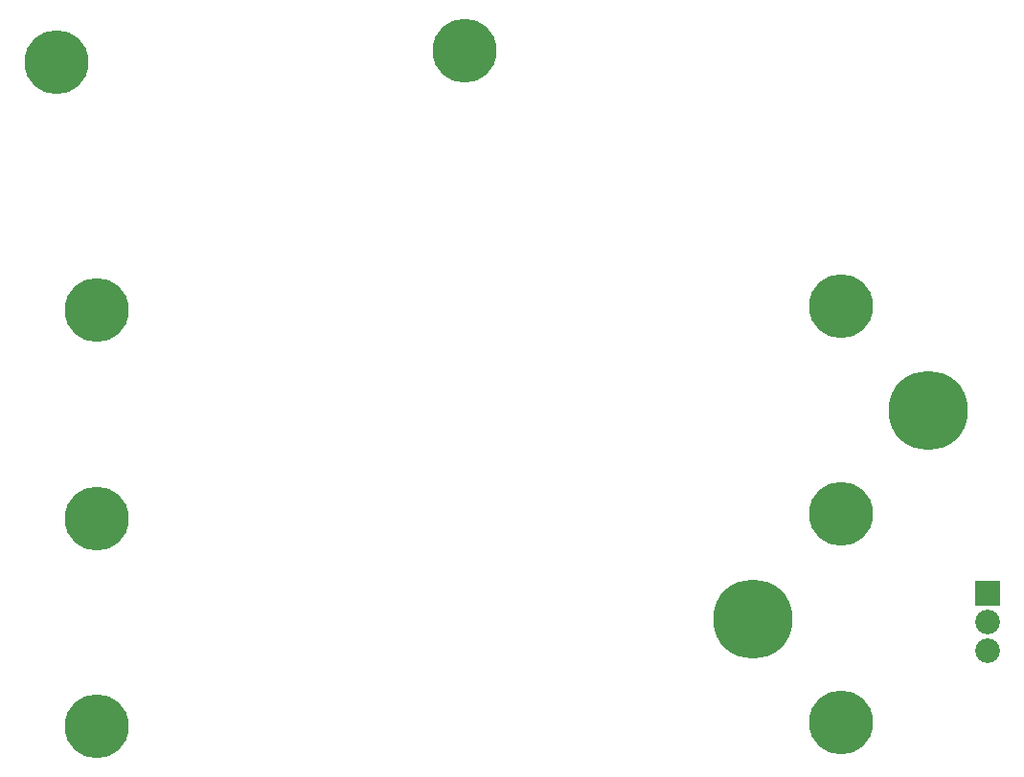
<source format=gbs>
G04 start of page 2 for group 11 layer_idx 11 *
G04 Title: (unknown), bottom_mask *
G04 Creator: pcb-rnd 2.3.0 *
G04 CreationDate: 2021-04-07 02:04:45 UTC *
G04 For:  *
G04 Format: Gerber/RS-274X *
G04 PCB-Dimensions: 525000 770000 *
G04 PCB-Coordinate-Origin: lower left *
%MOIN*%
%FSLAX25Y25*%
%LNBOTTOM_MASK_NONE_11*%
%ADD60C,0.0860*%
%ADD59C,0.0001*%
%ADD58C,0.2760*%
%ADD57C,0.2224*%
G54D57*X220500Y291000D03*
X92500Y55500D03*
Y200500D03*
Y128000D03*
G54D58*X321000Y93000D03*
G54D59*G36*
X406800Y106300D02*Y97700D01*
X398200D01*
Y106300D01*
X406800D01*
G37*
G54D60*X402500Y92000D03*
Y82000D03*
G54D58*X382000Y165500D03*
G54D57*X78500Y287000D03*
X351500Y202000D03*
Y129500D03*
Y57000D03*
M02*

</source>
